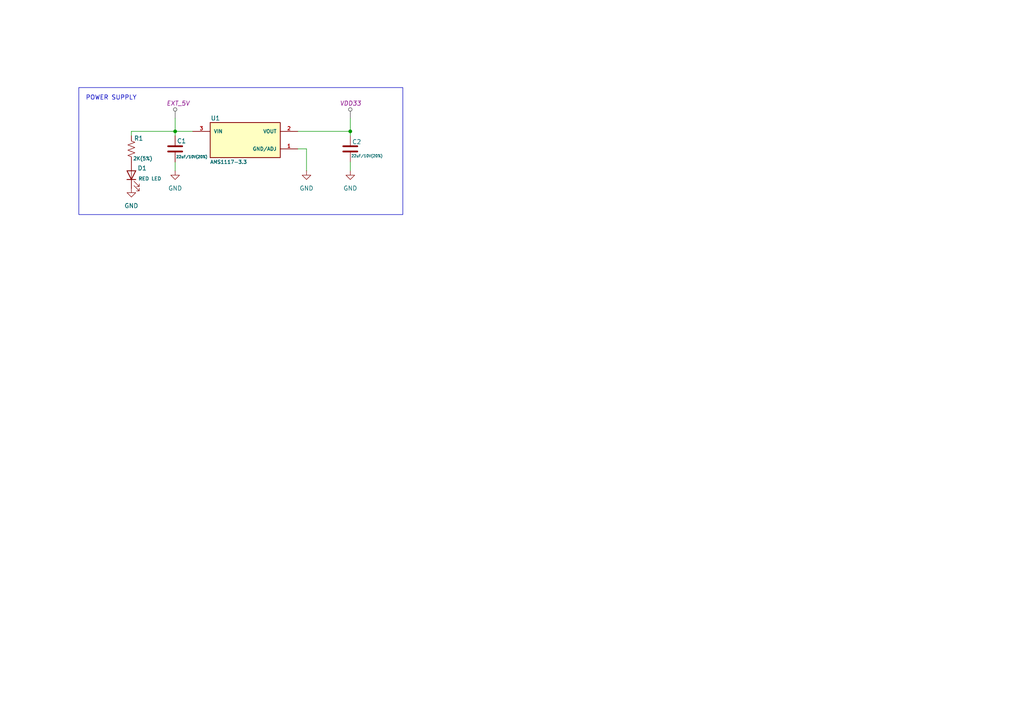
<source format=kicad_sch>
(kicad_sch (version 20231120) (generator "eeschema") (generator_version "8.0")
  (paper "A4")
  (title_block (title "PLANTCARE MOISTURE MODULE SCHEME"))
  (lib_symbols
    (symbol "AMS1117-3.3:AMS1117-3.3" (pin_names (offset 1.016))
      (property "Reference" "U" (at -10.16 5.588 0))
      (property "Value" "AMS1117-3.3" (at -10.16 -8.128 0))
      (symbol "AMS1117-3.3_0_0"
        (rectangle (start -10.16 -5.08) (end 10.16 5.08) (stroke (width 0.254)) (fill (type background)))
        (pin power_in line (at 15.24 -2.54 180) (length 5.08) (name "GND/ADJ") (number "1"))
        (pin output line (at 15.24 2.54 180) (length 5.08) (name "VOUT") (number "2"))
        (pin input line (at -15.24 2.54 0) (length 5.08) (name "VIN") (number "3"))
      )
    )
    (symbol "Device:C" (pin_numbers hide) (pin_names (offset 0.254))
      (property "Reference" "C" (at 0.635 2.54 0))
      (property "Value" "C" (at 0.635 -2.54 0))
      (symbol "C_0_1"
        (polyline (pts (xy -2.032 -0.762) (xy 2.032 -0.762)) (stroke (width 0.508)))
        (polyline (pts (xy -2.032 0.762) (xy 2.032 0.762)) (stroke (width 0.508)))
      )
      (symbol "C_1_1"
        (pin passive line (at 0 3.81 270) (length 2.794) (name "~") (number "1"))
        (pin passive line (at 0 -3.81 90) (length 2.794) (name "~") (number "2"))
      )
    )
    (symbol "Device:LED" (pin_numbers hide) (pin_names (offset 1.016) hide)
      (property "Reference" "D" (at 0 2.54 0))
      (property "Value" "LED" (at 0 -2.54 0))
      (symbol "LED_0_1"
        (polyline (pts (xy -1.27 -1.27) (xy -1.27 1.27)) (stroke (width 0.254)))
        (polyline (pts (xy -1.27 0) (xy 1.27 0)))
        (polyline (pts (xy 1.27 -1.27) (xy 1.27 1.27) (xy -1.27 0) (xy 1.27 -1.27)) (stroke (width 0.254)))
        (polyline (pts (xy -3.048 -0.762) (xy -4.572 -2.286) (xy -3.81 -2.286) (xy -4.572 -2.286) (xy -4.572 -1.524)))
        (polyline (pts (xy -1.778 -0.762) (xy -3.302 -2.286) (xy -2.54 -2.286) (xy -3.302 -2.286) (xy -3.302 -1.524)))
      )
      (symbol "LED_1_1"
        (pin passive line (at -3.81 0 0) (length 2.54) (name "K") (number "1"))
        (pin passive line (at 3.81 0 180) (length 2.54) (name "A") (number "2"))
      )
    )
    (symbol "Device:R_US" (pin_numbers hide) (pin_names (offset 0))
      (property "Reference" "R" (at 2.54 0 90))
      (property "Value" "R_US" (at -2.54 0 90))
      (symbol "R_US_0_1"
        (polyline (pts (xy 0 -2.286) (xy 0 -2.54)))
        (polyline (pts (xy 0 2.286) (xy 0 2.54)))
        (polyline (pts (xy 0 -0.762) (xy 1.016 -1.143) (xy 0 -1.524) (xy -1.016 -1.905) (xy 0 -2.286)))
        (polyline (pts (xy 0 0.762) (xy 1.016 0.381) (xy 0 0) (xy -1.016 -0.381) (xy 0 -0.762)))
        (polyline (pts (xy 0 2.286) (xy 1.016 1.905) (xy 0 1.524) (xy -1.016 1.143) (xy 0 0.762)))
      )
      (symbol "R_US_1_1"
        (pin passive line (at 0 3.81 270) (length 1.27) (name "~") (number "1"))
        (pin passive line (at 0 -3.81 90) (length 1.27) (name "~") (number "2"))
      )
    )
    (symbol "power:GND" (power) (pin_numbers hide) (pin_names (offset 0) hide)
      (property "Value" "GND" (at 0 -3.81 0))
      (symbol "GND_0_1"
        (polyline (pts (xy 0 0) (xy 0 -1.27) (xy 1.27 -1.27) (xy 0 -2.54) (xy -1.27 -1.27) (xy 0 -1.27)))
      )
      (symbol "GND_1_1"
        (pin power_in line (at 0 0 270) (length 0) (name "~") (number "1"))
      )
    )
  )
  (junction (at 50.8 38.1))
  (junction (at 101.6 38.1))
  (wire (pts (xy 50.8 38.1) (xy 38.1 38.1)))
  (wire (pts (xy 38.1 38.1) (xy 38.1 39.37)))
  (wire (pts (xy 50.8 46.99) (xy 50.8 49.53)))
  (wire (pts (xy 86.36 38.1) (xy 101.6 38.1)))
  (wire (pts (xy 101.6 46.99) (xy 101.6 49.53)))
  (wire (pts (xy 50.8 38.1) (xy 50.8 39.37)))
  (wire (pts (xy 50.8 34.29) (xy 50.8 38.1)))
  (wire (pts (xy 101.6 34.29) (xy 101.6 38.1)))
  (wire (pts (xy 86.36 43.18) (xy 88.9 43.18)))
  (wire (pts (xy 101.6 38.1) (xy 101.6 39.37)))
  (wire (pts (xy 88.9 43.18) (xy 88.9 49.53)))
  (wire (pts (xy 55.88 38.1) (xy 50.8 38.1)))
  (rectangle (start 22.86 25.4) (end 116.84 62.23))
  (text "POWER SUPPLY" (at 32.258 28.448 0) (effects (font (size 1.27 1.27))))
  (netclass_flag "" (length 2.54) (shape round) (at 50.8 34.29 0) (property "Netclass" "EXT_5V" (at 48.26 29.972 0) (effects (font (italic yes)) (justify left))))
  (netclass_flag "" (length 2.54) (shape round) (at 101.6 34.29 0) (property "Netclass" "VDD33" (at 98.552 29.972 0) (effects (font (italic yes)) (justify left))))
  (symbol (lib_id "Device:C") (at 101.6 43.18 0) (unit 1)
    (property "Reference" "C2" (at 102.108 41.148 0) (effects (justify left)))
    (property "Value" "22uF/10V(20%)" (at 101.854 45.212 0) (effects (font (size 0.762 0.762)) (justify left)))
    (property "Description" "Unpolarized capacitor" (effects (hide yes)))
  )
  (symbol (lib_id "power:GND") (at 50.8 49.53 0) (unit 1)
    (property "Reference" "#PWR02" (effects (hide yes)))
    (property "Value" "GND" (at 50.8 54.61 0))
    (property "Description" "Power symbol creates a global label with name \"GND\" , ground" (effects (hide yes)))
  )
  (symbol (lib_id "power:GND") (at 101.6 49.53 0) (unit 1)
    (property "Reference" "#PWR04" (effects (hide yes)))
    (property "Value" "GND" (at 101.6 54.61 0))
    (property "Description" "Power symbol creates a global label with name \"GND\" , ground" (effects (hide yes)))
  )
  (symbol (lib_id "Device:R_US") (at 38.1 43.18 0) (unit 1)
    (property "Reference" "R1" (at 38.862 40.132 0) (effects (justify left)))
    (property "Value" "2K(5%)" (at 38.608 45.974 0) (effects (font (size 1.016 1.016)) (justify left)))
    (property "Description" "Resistor, US symbol" (effects (hide yes)))
  )
  (symbol (lib_id "AMS1117-3.3:AMS1117-3.3") (at 71.12 40.64 0) (unit 1)
    (property "Reference" "U1" (at 62.484 34.29 0))
    (property "Value" "AMS1117-3.3" (at 66.294 46.99 0) (effects (font (size 1.016 1.016))))
    (property "Footprint" "SOT229P700X180-4N" (effects (hide yes)))
    (property "MF" "Advanced Monolithic Systems" (effects (hide yes)))
    (property "MAXIMUM_PACKAGE_HEIGHT" "1.8 mm" (effects (hide yes)))
    (property "Package" "SOT-223 Seeed Technology" (effects (hide yes)))
    (property "Price" "None" (effects (hide yes)))
    (property "Check_prices" "https://www.snapeda.com/parts/AMS1117-3.3/Advanced+Monolithic+Systems/view-part/?ref=eda" (effects (hide yes)))
    (property "STANDARD" "IPC 7351B" (effects (hide yes)))
    (property "PARTREV" "N/A" (effects (hide yes)))
    (property "SnapEDA_Link" "https://www.snapeda.com/parts/AMS1117-3.3/Advanced+Monolithic+Systems/view-part/?ref=snap" (effects (hide yes)))
    (property "SNAPEDA_PACKAGE_ID" "71280" (effects (hide yes)))
    (property "MP" "AMS1117-3.3" (effects (hide yes)))
    (property "Description_1" "\\nSot223/Pkg 1-Amp 3.3-Volt Low Drop Out Voltage Regulatator\\n" (effects (hide yes)))
    (property "MANUFACTURER" "Advanced Monolithic Systems" (effects (hide yes)))
    (property "Availability" "Not in stock" (effects (hide yes)))
    (property "SNAPEDA_PN" "AMS1117-3.3" (effects (hide yes)))
  )
  (symbol (lib_id "power:GND") (at 38.1 54.61 0) (unit 1)
    (property "Reference" "#PWR01" (effects (hide yes)))
    (property "Value" "GND" (at 38.1 59.69 0))
    (property "Description" "Power symbol creates a global label with name \"GND\" , ground" (effects (hide yes)))
  )
  (symbol (lib_id "power:GND") (at 88.9 49.53 0) (unit 1)
    (property "Reference" "#PWR03" (effects (hide yes)))
    (property "Value" "GND" (at 88.9 54.61 0))
    (property "Description" "Power symbol creates a global label with name \"GND\" , ground" (effects (hide yes)))
  )
  (symbol (lib_id "Device:LED") (at 38.1 50.8 90) (unit 1)
    (property "Reference" "D1" (at 39.878 48.768 90) (effects (justify right)))
    (property "Value" "RED LED" (at 40.132 51.816 90) (effects (font (size 1.016 1.016)) (justify right)))
    (property "Description" "Light emitting diode" (effects (hide yes)))
  )
  (symbol (lib_id "Device:C") (at 50.8 43.18 0) (unit 1)
    (property "Reference" "C1" (at 51.308 40.894 0) (effects (justify left)))
    (property "Value" "22uF/10V(20%)" (at 51.054 45.466 0) (effects (font (size 0.762 0.762)) (justify left)))
    (property "Description" "Unpolarized capacitor" (effects (hide yes)))
  )
)
</source>
